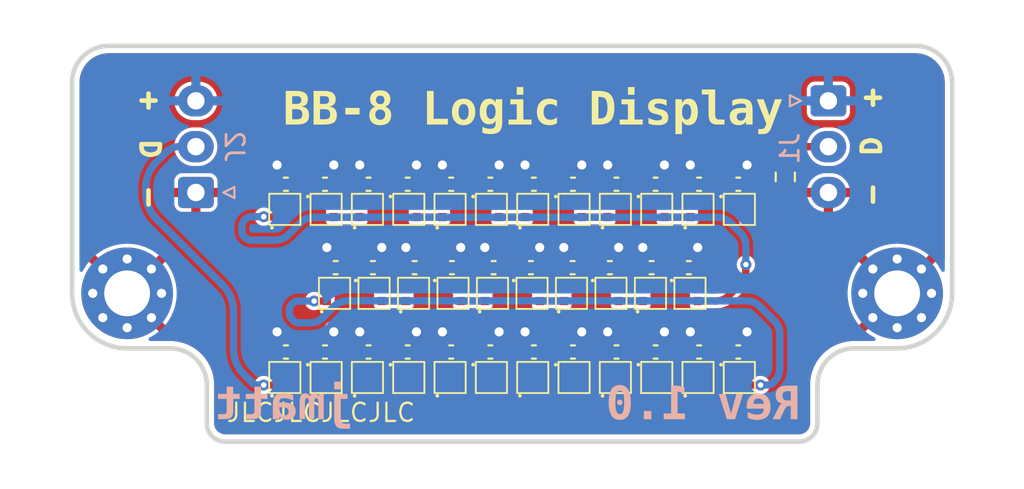
<source format=kicad_pcb>
(kicad_pcb (version 20240108) (generator "pcbnew") (generator_version "8.0")
  (layers (0 "F.Cu" signal) (31 "B.Cu" signal) (34 "B.Paste" user) (35 "F.Paste" user) (36 "B.SilkS" user "B.Silkscreen") (37 "F.SilkS" user "F.Silkscreen") (38 "B.Mask" user) (39 "F.Mask" user) (44 "Edge.Cuts" user))
  (net 0 "")
  (net 1 "+5V")
  (net 2 "GND")
  (net 3 "/DATA_IN")
  (net 4 "/DATA_OUT")
  (net 5 "Net-(LED1-DIN)")
  (net 6 "Net-(LED1-DOUT)")
  (net 7 "Net-(LED2-DOUT)")
  (net 8 "Net-(LED2-DIN)")
  (net 9 "Net-(LED3-DOUT)")
  (net 10 "Net-(LED3-DIN)")
  (net 11 "Net-(LED4-DOUT)")
  (net 12 "Net-(LED35-DOUT)")
  (net 13 "Net-(LED36-DOUT)")
  (net 14 "Net-(LED10-DIN)")
  (net 15 "Net-(LED11-DIN)")
  (net 16 "Net-(LED12-DIN)")
  (net 17 "Net-(LED13-DIN)")
  (net 18 "Net-(LED14-DIN)")
  (net 19 "Net-(LED11-DOUT)")
  (net 20 "Net-(LED12-DOUT)")
  (net 21 "Net-(LED13-DOUT)")
  (net 22 "Net-(LED14-DOUT)")
  (net 23 "Net-(LED16-DOUT)")
  (net 24 "Net-(LED17-DOUT)")
  (net 25 "Net-(LED18-DOUT)")
  (net 26 "Net-(LED19-DOUT)")
  (net 27 "Net-(LED21-DOUT)")
  (net 28 "Net-(LED22-DOUT)")
  (net 29 "Net-(LED23-DOUT)")
  (net 30 "Net-(LED24-DOUT)")
  (net 31 "Net-(LED25-DOUT)")
  (net 32 "Net-(LED26-DOUT)")
  (net 33 "Net-(LED27-DOUT)")
  (net 34 "Net-(LED28-DOUT)")
  (net 35 "Net-(LED29-DOUT)")
  (net 36 "Net-(LED30-DOUT)")
  (net 37 "Net-(LED31-DOUT)")
  (net 38 "Net-(LED32-DOUT)")
  (footprint "LCSC:LED-SMD_4P-L1.0-W1.0-TL_XL-1010RGBC-WS2812B" (layer "F.Cu") (at 83.358 101.59 90)
    (property "Reference" "LED36" (hide yes))
    (property "Value" "WS2812B-1010")
  )
  (footprint "Capacitor_SMD:C_0402_1005Metric" (layer "F.Cu") (at 81.044 91.05 180)
    (property "Reference" "C11" (hide yes))
    (property "Value" "100nF")
  )
  (footprint "LCSC:LED-SMD_4P-L1.0-W1.0-TL_XL-1010RGBC-WS2812B" (layer "F.Cu") (at 100.95 97)
    (property "Reference" "LED22" (hide yes))
    (property "Value" "WS2812B-1010")
  )
  (footprint "Capacitor_SMD:C_0402_1005Metric" (layer "F.Cu") (at 99.076 100.2 180)
    (property "Reference" "C25" (hide yes))
    (property "Value" "100nF")
  )
  (footprint "LCSC:LED-SMD_4P-L1.0-W1.0-TL_XL-1010RGBC-WS2812B" (layer "F.Cu") (at 85.612 101.59)
    (property "Reference" "LED32" (hide yes))
    (property "Value" "WS2812B-1010")
  )
  (footprint "LCSC:LED-SMD_4P-L1.0-W1.0-TL_XL-1010RGBC-WS2812B" (layer "F.Cu") (at 92.334 97)
    (property "Reference" "LED3" (hide yes))
    (property "Value" "WS2812B-1010")
  )
  (footprint "LCSC:LED-SMD_4P-L1.0-W1.0-TL_XL-1010RGBC-WS2812B" (layer "F.Cu") (at 94.628 92.42)
    (property "Reference" "LED21" (hide yes))
    (property "Value" "WS2812B-1010")
  )
  (footprint "LCSC:LED-SMD_4P-L1.0-W1.0-TL_XL-1010RGBC-WS2812B" (layer "F.Cu") (at 90.18 97 90)
    (property "Reference" "LED8" (hide yes))
    (property "Value" "WS2812B-1010")
  )
  (footprint "LCSC:LED-SMD_4P-L1.0-W1.0-TL_XL-1010RGBC-WS2812B" (layer "F.Cu") (at 83.718 97)
    (property "Reference" "LED23" (hide yes))
    (property "Value" "WS2812B-1010")
  )
  (footprint "LCSC:LED-SMD_4P-L1.0-W1.0-TL_XL-1010RGBC-WS2812B" (layer "F.Cu") (at 103.644 92.42)
    (property "Reference" "LED1" (hide yes))
    (property "Value" "WS2812B-1010")
  )
  (footprint "LCSC:LED-SMD_4P-L1.0-W1.0-TL_XL-1010RGBC-WS2812B" (layer "F.Cu") (at 96.882 101.59 90)
    (property "Reference" "LED9" (hide yes))
    (property "Value" "WS2812B-1010")
  )
  (footprint "Capacitor_SMD:C_0402_1005Metric" (layer "F.Cu") (at 78.91 100.2)
    (property "Reference" "C34" (hide yes))
    (property "Value" "100nF")
  )
  (footprint "LCSC:LED-SMD_4P-L1.0-W1.0-TL_XL-1010RGBC-WS2812B" (layer "F.Cu") (at 83.358 92.42 90)
    (property "Reference" "LED7" (hide yes))
    (property "Value" "WS2812B-1010")
  )
  (footprint "LCSC:LED-SMD_4P-L1.0-W1.0-TL_XL-1010RGBC-WS2812B" (layer "F.Cu") (at 94.488 97 90)
    (property "Reference" "LED34" (hide yes))
    (property "Value" "WS2812B-1010")
  )
  (footprint "Resistor_SMD:R_0603_1608Metric" (layer "F.Cu") (at 106.15 90.65 -90)
    (property "Reference" "R1" (hide yes))
    (property "Value" "470R")
  )
  (footprint "Capacitor_SMD:C_0402_1005Metric" (layer "F.Cu") (at 85.932 95.6)
    (property "Reference" "C20" (hide yes))
    (property "Value" "100nF")
  )
  (footprint "Capacitor_SMD:C_0402_1005Metric" (layer "F.Cu") (at 81.624 95.6)
    (property "Reference" "C22" (hide yes))
    (property "Value" "100nF")
  )
  (footprint "LCSC:LED-SMD_4P-L1.0-W1.0-TL_XL-1010RGBC-WS2812B" (layer "F.Cu") (at 85.612 92.42)
    (property "Reference" "LED2" (hide yes))
    (property "Value" "WS2812B-1010")
  )
  (footprint "LCSC:LED-SMD_4P-L1.0-W1.0-TL_XL-1010RGBC-WS2812B" (layer "F.Cu") (at 90.12 101.59)
    (property "Reference" "LED24" (hide yes))
    (property "Value" "WS2812B-1010")
  )
  (footprint "Capacitor_SMD:C_0402_1005Metric" (layer "F.Cu") (at 99.076 91.05 180)
    (property "Reference" "C3" (hide yes))
    (property "Value" "100nF")
  )
  (footprint "LCSC:LED-SMD_4P-L1.0-W1.0-TL_XL-1010RGBC-WS2812B" (layer "F.Cu") (at 78.85 92.42 90)
    (property "Reference" "LED17" (hide yes))
    (property "Value" "WS2812B-1010")
  )
  (footprint "Capacitor_SMD:C_0402_1005Metric" (layer "F.Cu") (at 96.582 95.6 180)
    (property "Reference" "C15" (hide yes))
    (property "Value" "100nF")
  )
  (footprint "Capacitor_SMD:C_0402_1005Metric" (layer "F.Cu") (at 96.942 91.05)
    (property "Reference" "C4" (hide yes))
    (property "Value" "100nF")
  )
  (footprint "LCSC:LED-SMD_4P-L1.0-W1.0-TL_XL-1010RGBC-WS2812B" (layer "F.Cu") (at 96.882 92.42 90)
    (property "Reference" "LED16" (hide yes))
    (property "Value" "WS2812B-1010")
  )
  (footprint "LCSC:LED-SMD_4P-L1.0-W1.0-TL_XL-1010RGBC-WS2812B" (layer "F.Cu") (at 98.796 97 90)
    (property "Reference" "LED26" (hide yes))
    (property "Value" "WS2812B-1010")
  )
  (footprint "Capacitor_SMD:C_0402_1005Metric" (layer "F.Cu") (at 92.434 100.2)
    (property "Reference" "C28" (hide yes))
    (property "Value" "100nF")
  )
  (footprint "LCSC:LED-SMD_4P-L1.0-W1.0-TL_XL-1010RGBC-WS2812B" (layer "F.Cu") (at 88.026 97)
    (property "Reference" "LED13" (hide yes))
    (property "Value" "WS2812B-1010")
  )
  (footprint "Capacitor_SMD:C_0402_1005Metric" (layer "F.Cu") (at 83.418 100.2)
    (property "Reference" "C32" (hide yes))
    (property "Value" "100nF")
  )
  (footprint "Capacitor_SMD:C_0402_1005Metric" (layer "F.Cu") (at 94.568 100.2 180)
    (property "Reference" "C27" (hide yes))
    (property "Value" "100nF")
  )
  (footprint "Capacitor_SMD:C_0402_1005Metric" (layer "F.Cu") (at 81.044 100.2 180)
    (property "Reference" "C33" (hide yes))
    (property "Value" "100nF")
  )
  (footprint "LCSC:LED-SMD_4P-L1.0-W1.0-TL_XL-1010RGBC-WS2812B" (layer "F.Cu") (at 85.872 97 90)
    (property "Reference" "LED18" (hide yes))
    (property "Value" "WS2812B-1010")
  )
  (footprint "LCSC:LED-SMD_4P-L1.0-W1.0-TL_XL-1010RGBC-WS2812B" (layer "F.Cu") (at 96.642 97)
    (property "Reference" "LED30" (hide yes))
    (property "Value" "WS2812B-1010")
  )
  (footprint "LCSC:LED-SMD_4P-L1.0-W1.0-TL_XL-1010RGBC-WS2812B" (layer "F.Cu") (at 92.374 101.59 90)
    (property "Reference" "LED19" (hide yes))
    (property "Value" "WS2812B-1010")
  )
  (footprint "Capacitor_SMD:C_0402_1005Metric" (layer "F.Cu") (at 85.552 91.05 180)
    (property "Reference" "C9" (hide yes))
    (property "Value" "100nF")
  )
  (footprint "Capacitor_SMD:C_0402_1005Metric" (layer "F.Cu") (at 96.942 100.2)
    (property "Reference" "C26" (hide yes))
    (property "Value" "100nF")
  )
  (footprint "Capacitor_SMD:C_0402_1005Metric" (layer "F.Cu") (at 103.584 91.05 180)
    (property "Reference" "C1" (hide yes))
    (property "Value" "100nF")
  )
  (footprint "Capacitor_SMD:C_0402_1005Metric" (layer "F.Cu") (at 94.548 95.6)
    (property "Reference" "C16" (hide yes))
    (property "Value" "100nF")
  )
  (footprint "Capacitor_SMD:C_0402_1005Metric" (layer "F.Cu") (at 87.966 95.6 180)
    (property "Reference" "C19" (hide yes))
    (property "Value" "100nF")
  )
  (footprint "LCSC:LED-SMD_4P-L1.0-W1.0-TL_XL-1010RGBC-WS2812B" (layer "F.Cu") (at 87.866 101.59 90)
    (property "Reference" "LED28" (hide yes))
    (property "Value" "WS2812B-1010")
  )
  (footprint "LCSC:LED-SMD_4P-L1.0-W1.0-TL_XL-1010RGBC-WS2812B" (layer "F.Cu") (at 92.374 92.42 90)
    (property "Reference" "LED25" (hide yes))
    (property "Value" "WS2812B-1010")
  )
  (footprint "LCSC:LED-SMD_4P-L1.0-W1.0-TL_XL-1010RGBC-WS2812B" (layer "F.Cu") (at 101.39 101.59 90)
    (property "Reference" "LED35" (hide yes))
    (property "Value" "WS2812B-1010")
  )
  (footprint "LCSC:LED-SMD_4P-L1.0-W1.0-TL_XL-1010RGBC-WS2812B" (layer "F.Cu") (at 78.85 101.59 90)
    (property "Reference" "LED10" (hide yes))
    (property "Value" "WS2812B-1010")
  )
  (footprint "LCSC:LED-SMD_4P-L1.0-W1.0-TL_XL-1010RGBC-WS2812B" (layer "F.Cu") (at 81.104 101.59)
    (property "Reference" "LED5" (hide yes))
    (property "Value" "WS2812B-1010")
  )
  (footprint "Capacitor_SMD:C_0402_1005Metric" (layer "F.Cu") (at 78.91 91.05)
    (property "Reference" "C12" (hide yes))
    (property "Value" "100nF")
  )
  (footprint "MountingHole:MountingHole_2.5mm_Pad_Via" (layer "F.Cu") (at 70.25 97)
    (property "Reference" "H1" (hide yes))
    (property "Value" "MountingHole_Pad")
  )
  (footprint "Capacitor_SMD:C_0402_1005Metric" (layer "F.Cu") (at 94.568 91.05 180)
    (property "Reference" "C5" (hide yes))
    (property "Value" "100nF")
  )
  (footprint "Capacitor_SMD:C_0402_1005Metric" (layer "F.Cu") (at 90.06 91.05 180)
    (property "Reference" "C7" (hide yes))
    (property "Value" "100nF")
  )
  (footprint "Capacitor_SMD:C_0402_1005Metric" (layer "F.Cu") (at 87.926 91.05)
    (property "Reference" "C8" (hide yes))
    (property "Value" "100nF")
  )
  (footprint "Capacitor_SMD:C_0402_1005Metric" (layer "F.Cu") (at 83.658 95.6 180)
    (property "Reference" "C21" (hide yes))
    (property "Value" "100nF")
  )
  (footprint "Capacitor_SMD:C_0402_1005Metric" (layer "F.Cu") (at 100.89 95.6 180)
    (property "Reference" "C13" (hide yes))
    (property "Value" "100nF")
  )
  (footprint "Capacitor_SMD:C_0402_1005Metric" (layer "F.Cu") (at 90.24 95.6)
    (property "Reference" "C18" (hide yes))
    (property "Value" "100nF")
  )
  (footprint "LCSC:LED-SMD_4P-L1.0-W1.0-TL_XL-1010RGBC-WS2812B" (layer "F.Cu") (at 81.564 97 90)
    (property "Reference" "LED27" (hide yes))
    (property "Value" "WS2812B-1010")
  )
  (footprint "LCSC:LED-SMD_4P-L1.0-W1.0-TL_XL-1010RGBC-WS2812B" (layer "F.Cu") (at 103.644 101.59)
    (property "Reference" "LED31" (hide yes))
    (property "Value" "WS2812B-1010")
  )
  (footprint "Capacitor_SMD:C_0402_1005Metric" (layer "F.Cu") (at 98.856 95.6)
    (property "Reference" "C14" (hide yes))
    (property "Value" "100nF")
  )
  (footprint "MountingHole:MountingHole_2.5mm_Pad_Via" (layer "F.Cu") (at 112.25 97)
    (property "Reference" "H2" (hide yes))
    (property "Value" "MountingHole_Pad")
  )
  (footprint "LCSC:LED-SMD_4P-L1.0-W1.0-TL_XL-1010RGBC-WS2812B" (layer "F.Cu") (at 81.104 92.42)
    (property "Reference" "LED12" (hide yes))
    (property "Value" "WS2812B-1010")
  )
  (footprint "Capacitor_SMD:C_0402_1005Metric" (layer "F.Cu") (at 90.06 100.2 180)
    (property "Reference" "C29" (hide yes))
    (property "Value" "100nF")
  )
  (footprint "LCSC:LED-SMD_4P-L1.0-W1.0-TL_XL-1010RGBC-WS2812B" (layer "F.Cu") (at 87.866 92.42 90)
    (property "Reference" "LED33" (hide yes))
    (property "Value" "WS2812B-1010")
  )
  (footprint "LCSC:LED-SMD_4P-L1.0-W1.0-TL_XL-1010RGBC-WS2812B" (layer "F.Cu") (at 99.136 101.59)
    (property "Reference" "LED4" (hide yes))
    (property "Value" "WS2812B-1010")
  )
  (footprint "Capacitor_SMD:C_0402_1005Metric" (layer "F.Cu") (at 101.45 91.05)
    (property "Reference" "C2" (hide yes))
    (property "Value" "100nF")
  )
  (footprint "Capacitor_SMD:C_0402_1005Metric" (layer "F.Cu") (at 103.584 100.2 180)
    (property "Reference" "C23" (hide yes))
    (property "Value" "100nF")
  )
  (footprint "LCSC:LED-SMD_4P-L1.0-W1.0-TL_XL-1010RGBC-WS2812B" (layer "F.Cu") (at 90.12 92.42)
    (property "Reference" "LED29" (hide yes))
    (property "Value" "WS2812B-1010")
  )
  (footprint "Capacitor_SMD:C_0402_1005Metric" (layer "F.Cu") (at 85.552 100.2 180)
    (property "Reference" "C31" (hide yes))
    (property "Value" "100nF")
  )
  (footprint "Capacitor_SMD:C_0402_1005Metric" (layer "F.Cu") (at 83.418 91.05)
    (property "Reference" "C10" (hide yes))
    (property "Value" "100nF")
  )
  (footprint "Capacitor_SMD:C_0402_1005Metric" (layer "F.Cu") (at 92.274 95.6 180)
    (property "Reference" "C17" (hide yes))
    (property "Value" "100nF")
  )
  (footprint "Capacitor_SMD:C_0402_1005Metric" (layer "F.Cu") (at 92.434 91.05)
    (property "Reference" "C6" (hide yes))
    (property "Value" "100nF")
  )
  (footprint "LCSC:LED-SMD_4P-L1.0-W1.0-TL_XL-1010RGBC-WS2812B" (layer "F.Cu") (at 101.39 92.42 90)
    (property "Reference" "LED6" (hide yes))
    (property "Value" "WS2812B-1010")
  )
  (footprint "Capacitor_SMD:C_0402_1005Metric" (layer "F.Cu") (at 87.926 100.2)
    (property "Reference" "C30" (hide yes))
    (property "Value" "100nF")
  )
  (footprint "LCSC:LED-SMD_4P-L1.0-W1.0-TL_XL-1010RGBC-WS2812B" (layer "F.Cu") (at 99.136 92.42)
    (property "Reference" "LED11" (hide yes))
    (property "Value" "WS2812B-1010")
  )
  (footprint "LCSC:LED-SMD_4P-L1.0-W1.0-TL_XL-1010RGBC-WS2812B" (layer "F.Cu") (at 94.628 101.59)
    (property "Reference" "LED14" (hide yes))
    (property "Value" "WS2812B-1010")
  )
  (footprint "Capacitor_SMD:C_0402_1005Metric" (layer "F.Cu") (at 101.45 100.2)
    (property "Reference" "C24" (hide yes))
    (property "Value" "100nF")
  )
  (footprint "Connector_JST:JST_XH_S3B-XH-A-1_1x03_P2.50mm_Horizontal" (layer "B.Cu") (at 74 91.5 90)
    (property "Reference" "J2")
    (property "Value" "Conn_01x03_Socket" (hide yes))
  )
  (footprint "Connector_JST:JST_XH_S3B-XH-A-1_1x03_P2.50mm_Horizontal" (layer "B.Cu") (at 108.5 86.5 -90)
    (property "Reference" "J1")
    (property "Value" "Conn_01x03_Socket" (hide yes))
  )
  (gr_line (start 112.25 100.000001) (end 109.90425 100.000001) (stroke (width 0.25)) (layer "Edge.Cuts"))
  (gr_arc (start 107.904253 102.000001) (mid 108.490039 100.58579) (end 109.90425 100.000001) (stroke (width 0.25)) (layer "Edge.Cuts"))
  (gr_line (start 67.25 85.5) (end 67.25 97) (stroke (width 0.25)) (layer "Edge.Cuts"))
  (gr_line (start 115.25 97.000001) (end 115.25 85.500001) (stroke (width 0.25)) (layer "Edge.Cuts"))
  (gr_arc (start 113.25 83.500001) (mid 114.664214 84.085787) (end 115.25 85.500001) (stroke (width 0.25)) (layer "Edge.Cuts"))
  (gr_arc (start 72.595748 100.000001) (mid 74.009961 100.585787) (end 74.595747 102) (stroke (width 0.25)) (layer "Edge.Cuts"))
  (gr_line (start 106.90422 105.090001) (end 75.595746 105.090001) (stroke (width 0.25)) (layer "Edge.Cuts"))
  (gr_arc (start 115.25 97.000001) (mid 114.37132 99.121321) (end 112.25 100.000001) (stroke (width 0.25)) (layer "Edge.Cuts"))
  (gr_line (start 113.25 83.500001) (end 69.249998 83.500001) (stroke (width 0.25)) (layer "Edge.Cuts"))
  (gr_line (start 107.904253 102.000001) (end 107.904253 104.089971) (stroke (width 0.25)) (layer "Edge.Cuts"))
  (gr_line (start 74.595747 104.090003) (end 74.595747 102) (stroke (width 0.25)) (layer "Edge.Cuts"))
  (gr_arc (start 67.25 85.5) (mid 67.835786 84.085787) (end 69.249998 83.500001) (stroke (width 0.25)) (layer "Edge.Cuts"))
  (gr_arc (start 107.904253 104.089971) (mid 107.61135 104.797101) (end 106.90422 105.090001) (stroke (width 0.25)) (layer "Edge.Cuts"))
  (gr_arc (start 75.595746 105.090001) (mid 74.88864 104.797108) (end 74.595747 104.090003) (stroke (width 0.25)) (layer "Edge.Cuts"))
  (gr_arc (start 70.250001 100.000001) (mid 68.12868 99.121321) (end 67.25 97) (stroke (width 0.25)) (layer "Edge.Cuts"))
  (gr_line (start 72.595748 100.000001) (end 70.250001 100.000001) (stroke (width 0.25)) (layer "Edge.Cuts"))
  (gr_text "Rev 1.0\n" (at 106.975 104.175 0) (layer "B.SilkS") (effects (font (size 1.8 1.8) (thickness 0.4) (bold yes)) (justify left bottom mirror)))
  (gr_text "jmatt" (at 82.59 104.17 0) (layer "B.SilkS") (effects (font (size 1.8 1.8) (thickness 0.4) (bold yes)) (justify left bottom mirror)))
  (gr_text "BB-8 Logic Display" (at 78.75 88.1 0) (layer "F.SilkS") (effects (font (size 1.8 1.8) (thickness 0.36) (bold yes)) (justify left bottom)))
  (gr_text "JLCJLCJLCJLC" (at 75.5957 104.09 0) (layer "F.SilkS") (effects (font (size 1 1) (thickness 0.125)) (justify left bottom)))
  (gr_text "-  D  +" (at 111.45 92.4 90) (layer "F.SilkS") (effects (font (size 1 1) (thickness 0.25) (bold yes)) (justify left bottom)))
  (gr_text "+  D  -" (at 70.9 85.7 270) (layer "F.SilkS") (effects (font (size 1 1) (thickness 0.25) (bold yes)) (justify left bottom)))
  (segment (start 92.754 95.5) (end 92.754 96.58) (width 0.8) (layer "F.Cu") (net 1))
  (segment (start 95.048 92) (end 95.048 90.9) (width 0.8) (layer "F.Cu") (net 1))
  (segment (start 81.144 95.5) (end 81.144 94.5) (width 0.8) (layer "F.Cu") (net 1))
  (segment (start 78.43 101.17) (end 78.43 99.1) (width 0.8) (layer "F.Cu") (net 1))
  (segment (start 96.462 90.9) (end 96.462 90) (width 0.8) (layer "F.Cu") (net 1))
  (segment (start 96.462 101.17) (end 96.462 99.1) (width 0.8) (layer "F.Cu") (net 1))
  (segment (start 82.938 101.17) (end 82.938 99.1) (width 0.8) (layer "F.Cu") (net 1))
  (segment (start 86.032 90.9) (end 86.032 92) (width 0.8) (layer "F.Cu") (net 1))
  (segment (start 86.032 90.9) (end 86.032 90) (width 0.8) (layer "F.Cu") (net 1))
  (segment (start 87.446 90.9) (end 87.446 90) (width 0.8) (layer "F.Cu") (net 1))
  (segment (start 91.954 101.17) (end 91.954 99.1) (width 0.8) (layer "F.Cu") (net 1))
  (segment (start 90.54 90.9) (end 90.54 92) (width 0.8) (layer "F.Cu") (net 1))
  (segment (start 81.524 101.17) (end 81.524 99.1) (width 0.8) (layer "F.Cu") (net 1))
  (segment (start 98.376 95.5) (end 98.376 94.5) (width 0.8) (layer "F.Cu") (net 1))
  (segment (start 81.144 96.58) (end 81.144 95.5) (width 0.8) (layer "F.Cu") (net 1))
  (segment (start 82.938 90.9) (end 82.938 92) (width 0.8) (layer "F.Cu") (net 1))
  (segment (start 85.452 95.5) (end 85.452 94.5) (width 0.8) (layer "F.Cu") (net 1))
  (segment (start 88.446 95.5) (end 88.446 94.5) (width 0.8) (layer "F.Cu") (net 1))
  (segment (start 95.048 101.17) (end 95.048 99.1) (width 0.8) (layer "F.Cu") (net 1))
  (segment (start 100.97 101.17) (end 100.97 99.1) (width 0.8) (layer "F.Cu") (net 1))
  (segment (start 91.954 90.9) (end 91.954 90) (width 0.8) (layer "F.Cu") (net 1))
  (segment (start 96.462 90.9) (end 96.462 92) (width 0.8) (layer "F.Cu") (net 1))
  (segment (start 104.064 90.9) (end 104.064 90) (width 0.8) (layer "F.Cu") (net 1))
  (segment (start 97.062 95.5) (end 97.062 96.58) (width 0.8) (layer "F.Cu") (net 1))
  (segment (start 104.064 90.9) (end 104.064 92) (width 0.8) (layer "F.Cu") (net 1))
  (segment (start 101.37 95.5) (end 101.37 96.58) (width 0.8) (layer "F.Cu") (net 1))
  (segment (start 98.376 96.58) (end 98.376 95.5) (width 0.8) (layer "F.Cu") (net 1))
  (segment (start 101.37 95.5) (end 101.37 94.5) (width 0.8) (layer "F.Cu") (net 1))
  (segment (start 97.062 95.5) (end 97.062 94.5) (width 0.8) (layer "F.Cu") (net 1))
  (segment (start 99.556 90.9) (end 99.556 92) (width 0.8) (layer "F.Cu") (net 1))
  (segment (start 95.048 90.9) (end 95.048 90) (width 0.8) (layer "F.Cu") (net 1))
  (segment (start 90.54 90.9) (end 90.54 90) (width 0.8) (layer "F.Cu") (net 1))
  (segment (start 78.43 90) (end 78.43 92) (width 0.8) (layer "F.Cu") (net 1))
  (segment (start 81.524 90.9) (end 81.524 92) (width 0.8) (layer "F.Cu") (net 1))
  (segment (start 92.754 95.5) (end 92.754 94.5) (width 0.8) (layer "F.Cu") (net 1))
  (segment (start 104.064 101.17) (end 104.064 99.1) (width 0.8) (layer "F.Cu") (net 1))
  (segment (start 86.032 101.17) (end 86.032 99.1) (width 0.8) (layer "F.Cu") (net 1))
  (segment (start 82.938 90.9) (end 82.938 90) (width 0.8) (layer "F.Cu") (net 1))
  (segment (start 84.138 95.5) (end 84.138 96.58) (width 0.8) (layer "F.Cu") (net 1))
  (segment (start 85.452 95.5) (end 85.452 96.58) (width 0.8) (layer "F.Cu") (net 1))
  (segment (start 99.556 101.17) (end 99.556 99.1) (width 0.8) (layer "F.Cu") (net 1))
  (segment (start 94.068 95.5) (end 94.068 96.58) (width 0.8) (layer "F.Cu") (net 1))
  (segment (start 100.97 90.9) (end 100.97 92) (width 0.8) (layer "F.Cu") (net 1))
  (segment (start 89.76 95.5) (end 89.76 94.5) (width 0.8) (layer "F.Cu") (net 1))
  (segment (start 89.76 96.58) (end 89.76 95.5) (width 0.8) (layer "F.Cu") (net 1))
  (segment (start 100.97 90.9) (end 100.97 90) (width 0.8) (layer "F.Cu") (net 1))
  (segment (start 90.54 101.17) (end 90.54 99.1) (width 0.8) (layer "F.Cu") (net 1))
  (segment (start 87.446 90.9) (end 87.446 92) (width 0.8) (layer "F.Cu") (net 1))
  (segment (start 99.556 90.9) (end 99.556 90) (width 0.8) (layer "F.Cu") (net 1))
  (segment (start 84.138 95.5) (end 84.138 94.5) (width 0.8) (layer "F.Cu") (net 1))
  (segment (start 94.068 95.5) (end 94.068 94.5) (width 0.8) (layer "F.Cu") (net 1))
  (segment (start 88.446 95.5) (end 88.446 96.58) (width 0.8) (layer "F.Cu") (net 1))
  (segment (start 81.524 90.9) (end 81.524 90) (width 0.8) (layer "F.Cu") (net 1))
  (segment (start 91.954 90.9) (end 91.954 92) (width 0.8) (layer "F.Cu") (net 1))
  (segment (start 87.446 101.17) (end 87.446 99.1) (width 0.8) (layer "F.Cu") (net 1))
  (via (at 89.76 94.5) (size 0.8) (drill 0.5) (layers "F.Cu" "B.Cu") (net 1))
  (via (at 99.556 99.1) (size 0.8) (drill 0.5) (layers "F.Cu" "B.Cu") (net 1))
  (via (at 87.446 99.1) (size 0.8) (drill 0.5) (layers "F.Cu" "B.Cu") (net 1))
  (via (at 100.97 99.1) (size 0.8) (drill 0.5) (layers "F.Cu" "B.Cu") (net 1))
  (via (at 82.938 90) (size 0.8) (drill 0.5) (layers "F.Cu" "B.Cu") (net 1))
  (via (at 99.556 90) (size 0.8) (drill 0.5) (layers "F.Cu" "B.Cu") (net 1))
  (via (at 81.524 99.1) (size 0.8) (drill 0.5) (layers "F.Cu" "B.Cu") (net 1))
  (via (at 96.462 99.1) (size 0.8) (drill 0.5) (layers "F.Cu" "B.Cu") (net 1))
  (via (at 88.446 94.5) (size 0.8) (drill 0.5) (layers "F.Cu" "B.Cu") (net 1))
  (via (at 86.032 90) (size 0.8) (drill 0.5) (layers "F.Cu" "B.Cu") (net 1))
  (via (at 97.062 94.5) (size 0.8) (drill 0.5) (layers "F.Cu" "B.Cu") (net 1))
  (via (at 91.954 90) (size 0.8) (drill 0.5) (layers "F.Cu" "B.Cu") (net 1))
  (via (at 82.938 99.1) (size 0.8) (drill 0.5) (layers "F.Cu" "B.Cu") (net 1))
  (via (at 90.54 90) (size 0.8) (drill 0.5) (layers "F.Cu" "B.Cu") (net 1))
  (via (at 86.032 99.1) (size 0.8) (drill 0.5) (layers "F.Cu" "B.Cu") (net 1))
  (via (at 98.376 94.5) (size 0.8) (drill 0.5) (layers "F.Cu" "B.Cu") (net 1))
  (via (at 104.064 90) (size 0.8) (drill 0.5) (layers "F.Cu" "B.Cu") (net 1))
  (via (at 78.43 90) (size 0.8) (drill 0.5) (layers "F.Cu" "B.Cu") (net 1))
  (via (at 95.048 99.1) (size 0.8) (drill 0.5) (layers "F.Cu" "B.Cu") (net 1))
  (via (at 81.144 94.5) (size 0.8) (drill 0.5) (layers "F.Cu" "B.Cu") (net 1))
  (via (at 81.524 90) (size 0.8) (drill 0.5) (layers "F.Cu" "B.Cu") (net 1))
  (via (at 90.54 99.1) (size 0.8) (drill 0.5) (layers "F.Cu" "B.Cu") (net 1))
  (via (at 94.068 94.5) (size 0.8) (drill 0.5) (layers "F.Cu" "B.Cu") (net 1))
  (via (at 100.97 90) (size 0.8) (drill 0.5) (layers "F.Cu" "B.Cu") (net 1))
  (via (at 78.43 99.1) (size 0.8) (drill 0.5) (layers "F.Cu" "B.Cu") (net 1))
  (via (at 87.446 90) (size 0.8) (drill 0.5) (layers "F.Cu" "B.Cu") (net 1))
  (via (at 91.954 99.1) (size 0.8) (drill 0.5) (layers "F.Cu" "B.Cu") (net 1))
  (via (at 96.462 90) (size 0.8) (drill 0.5) (layers "F.Cu" "B.Cu") (net 1))
  (via (at 101.37 94.5) (size 0.8) (drill 0.5) (layers "F.Cu" "B.Cu") (net 1))
  (via (at 104.064 99.1) (size 0.8) (drill 0.5) (layers "F.Cu" "B.Cu") (net 1))
  (via (at 92.754 94.5) (size 0.8) (drill 0.5) (layers "F.Cu" "B.Cu") (net 1))
  (via (at 85.452 94.5) (size 0.8) (drill 0.5) (layers "F.Cu" "B.Cu") (net 1))
  (via (at 95.048 90) (size 0.8) (drill 0.5) (layers "F.Cu" "B.Cu") (net 1))
  (via (at 84.138 94.5) (size 0.8) (drill 0.5) (layers "F.Cu" "B.Cu") (net 1))
  (segment (start 106.3 89.725) (end 106.3 89.55) (width 0.4) (layer "F.Cu") (net 3))
  (segment (start 106.3 89.55) (end 106.557107 89.292893) (width 0.4) (layer "F.Cu") (net 3))
  (segment (start 107.264214 89) (end 108.5 89) (width 0.4) (layer "F.Cu") (net 3))
  (arc (start 106.557107 89.292893) (mid 106.88153 89.07612) (end 107.264214 89) (width 0.4) (layer "F.Cu") (net 3))
  (segment (start 77.71 102.01) (end 77.7 102) (width 0.4) (layer "F.Cu") (net 4))
  (segment (start 78.43 102.01) (end 77.71 102.01) (width 0.4) (layer "F.Cu") (net 4))
  (via (at 77.7 102) (size 0.6) (drill 0.3) (layers "F.Cu" "B.Cu") (net 4))
  (segment (start 71.27 91.531573) (end 71.27 91.238427) (width 0.4) (layer "B.Cu") (net 4))
  (segment (start 75.464213 96.554213) (end 71.855786 92.945786) (width 0.4) (layer "B.Cu") (net 4))
  (segment (start 76.05 100.021573) (end 76.05 97.968427) (width 0.4) (layer "B.Cu") (net 4))
  (segment (start 73.094214 89) (end 74 89) (width 0.4) (layer "B.Cu") (net 4))
  (segment (start 71.855787 89.824213) (end 72.387107 89.292893) (width 0.4) (layer "B.Cu") (net 4))
  (segment (start 77.082842 101.882842) (end 76.635786 101.435786) (width 0.4) (layer "B.Cu") (net 4))
  (segment (start 74.4 89) (end 74 89) (width 0.4) (layer "B.Cu") (net 4))
  (segment (start 77.7 102) (end 77.365685 102) (width 0.4) (layer "B.Cu") (net 4))
  (arc (start 72.387107 89.292893) (mid 72.71153 89.07612) (end 73.094214 89) (width 0.4) (layer "B.Cu") (net 4))
  (arc (start 77.365685 102) (mid 77.212611 101.969552) (end 77.082842 101.882842) (width 0.4) (layer "B.Cu") (net 4))
  (arc (start 71.27 91.238427) (mid 71.422241 90.47306) (end 71.855787 89.824213) (width 0.4) (layer "B.Cu") (net 4))
  (arc (start 71.27 91.531573) (mid 71.422241 92.29694) (end 71.855786 92.945786) (width 0.4) (layer "B.Cu") (net 4))
  (arc (start 76.05 100.021573) (mid 76.202241 100.78694) (end 76.635786 101.435786) (width 0.4) (layer "B.Cu") (net 4))
  (arc (start 76.05 97.968427) (mid 75.897759 97.20306) (end 75.464213 96.554213) (width 0.4) (layer "B.Cu") (net 4))
  (segment (start 105.145786 92.84) (end 104.064 92.84) (width 0.4) (layer "F.Cu") (net 5))
  (segment (start 106.032842 92.367158) (end 105.852893 92.547107) (width 0.4) (layer "F.Cu") (net 5))
  (segment (start 106.15 91.475) (end 106.15 92.084315) (width 0.4) (layer "F.Cu") (net 5))
  (arc (start 105.145786 92.84) (mid 105.528469 92.76388) (end 105.852893 92.547107) (width 0.4) (layer "F.Cu") (net 5))
  (arc (start 106.032842 92.367158) (mid 106.119551 92.237389) (end 106.15 92.084315) (width 0.4) (layer "F.Cu") (net 5))
  (segment (start 103.224 92) (end 101.81 92) (width 0.4) (layer "F.Cu") (net 6))
  (segment (start 85.192 92) (end 83.778 92) (width 0.4) (layer "F.Cu") (net 7))
  (segment (start 87.446 92.84) (end 86.032 92.84) (width 0.4) (layer "F.Cu") (net 8))
  (segment (start 90.6 96.58) (end 91.914 96.58) (width 0.4) (layer "F.Cu") (net 9))
  (segment (start 92.754 97.42) (end 94.068 97.42) (width 0.4) (layer "F.Cu") (net 10))
  (segment (start 98.716 101.17) (end 97.302 101.17) (width 0.4) (layer "F.Cu") (net 11))
  (segment (start 99.556 102.01) (end 100.97 102.01) (width 0.4) (layer "F.Cu") (net 12))
  (segment (start 81.524 102.01) (end 82.938 102.01) (width 0.4) (layer "F.Cu") (net 13))
  (segment (start 80.684 101.17) (end 79.27 101.17) (width 0.4) (layer "F.Cu") (net 14))
  (segment (start 100.97 92.84) (end 99.556 92.84) (width 0.4) (layer "F.Cu") (net 15))
  (segment (start 82.938 92.84) (end 81.524 92.84) (width 0.4) (layer "F.Cu") (net 16))
  (segment (start 88.446 97.42) (end 89.76 97.42) (width 0.4) (layer "F.Cu") (net 17))
  (segment (start 96.462 102.01) (end 95.048 102.01) (width 0.4) (layer "F.Cu") (net 18))
  (segment (start 98.716 92) (end 97.302 92) (width 0.4) (layer "F.Cu") (net 19))
  (segment (start 80.684 92) (end 79.27 92) (width 0.4) (layer "F.Cu") (net 20))
  (segment (start 86.292 96.58) (end 87.606 96.58) (width 0.4) (layer "F.Cu") (net 21))
  (segment (start 94.208 101.17) (end 92.794 101.17) (width 0.4) (layer "F.Cu") (net 22))
  (segment (start 96.462 92.84) (end 95.048 92.84) (width 0.4) (layer "F.Cu") (net 23))
  (segment (start 104 95.43) (end 104 95.775786) (width 0.4) (layer "F.Cu") (net 24))
  (segment (start 103.707107 96.482893) (end 103.062893 97.127107) (width 0.4) (layer "F.Cu") (net 24))
  (segment (start 77.72 92.84) (end 77.7 92.82) (width 0.4) (layer "F.Cu") (net 24))
  (segment (start 78.43 92.84) (end 77.72 92.84) (width 0.4) (layer "F.Cu") (net 24))
  (segment (start 102.355786 97.42) (end 101.37 97.42) (width 0.4) (layer "F.Cu") (net 24))
  (via (at 104 95.43) (size 0.6) (drill 0.3) (layers "F.Cu" "B.Cu") (net 24))
  (via (at 77.7 92.82) (size 0.6) (drill 0.3) (layers "F.Cu" "B.Cu") (net 24))
  (arc (start 104 95.775786) (mid 103.92388 96.158469) (end 103.707107 96.482893) (width 0.4) (layer "F.Cu") (net 24))
  (arc (start 102.355786 97.42) (mid 102.738469 97.34388) (end 103.062893 97.127107) (width 0.4) (layer "F.Cu") (net 24))
  (segment (start 77.015685 92.82) (end 77.7 92.82) (width 0.4) (layer "B.Cu") (net 24))
  (segment (start 78.335786 94.1) (end 76.995685 94.1) (width 0.4) (layer "B.Cu") (net 24))
  (segment (start 102.435786 92.85) (end 80.414214 92.85) (width 0.4) (layer "B.Cu") (net 24))
  (segment (start 104 95.43) (end 104 94.414214) (width 0.4) (layer "B.Cu") (net 24))
  (segment (start 76.627158 93.042842) (end 76.732843 92.937157) (width 0.4) (layer "B.Cu") (net 24))
  (segment (start 76.51 93.614315) (end 76.51 93.325685) (width 0.4) (layer "B.Cu") (net 24))
  (segment (start 79.707107 93.142893) (end 79.042893 93.807107) (width 0.4) (layer "B.Cu") (net 24))
  (segment (start 76.712842 93.982842) (end 76.627157 93.897157) (width 0.4) (layer "B.Cu") (net 24))
  (segment (start 103.707107 93.707107) (end 103.142893 93.142893) (width 0.4) (layer "B.Cu") (net 24))
  (arc (start 103.142893 93.142893) (mid 102.81847 92.92612) (end 102.435786 92.85) (width 0.4) (layer "B.Cu") (net 24))
  (arc (start 76.627157 93.897157) (mid 76.540448 93.767388) (end 76.51 93.614315) (width 0.4) (layer "B.Cu") (net 24))
  (arc (start 78.335786 94.1) (mid 78.718469 94.02388) (end 79.042893 93.807107) (width 0.4) (layer "B.Cu") (net 24))
  (arc (start 76.712842 93.982842) (mid 76.842611 94.069551) (end 76.995685 94.1) (width 0.4) (layer "B.Cu") (net 24))
  (arc (start 80.414214 92.85) (mid 80.031531 92.92612) (end 79.707107 93.142893) (width 0.4) (layer "B.Cu") (net 24))
  (arc (start 77.015685 92.82) (mid 76.862612 92.850448) (end 76.732843 92.937157) (width 0.4) (layer "B.Cu") (net 24))
  (arc (start 103.707107 93.707107) (mid 103.92388 94.03153) (end 104 94.414214) (width 0.4) (layer "B.Cu") (net 24))
  (arc (start 76.627158 93.042842) (mid 76.540449 93.172611) (end 76.51 93.325685) (width 0.4) (layer "B.Cu") (net 24))
  (segment (start 84.138 97.42) (end 85.452 97.42) (width 0.4) (layer "F.Cu") (net 25))
  (segment (start 91.954 102.01) (end 90.54 102.01) (width 0.4) (layer "F.Cu") (net 26))
  (segment (start 92.794 92) (end 94.208 92) (width 0.4) (layer "F.Cu") (net 27))
  (segment (start 100.53 96.58) (end 99.216 96.58) (width 0.4) (layer "F.Cu") (net 28))
  (segment (start 81.984 96.58) (end 83.298 96.58) (width 0.4) (layer "F.Cu") (net 29))
  (segment (start 89.7 101.17) (end 88.286 101.17) (width 0.4) (layer "F.Cu") (net 30))
  (segment (start 91.954 92.84) (end 90.54 92.84) (width 0.4) (layer "F.Cu") (net 31))
  (segment (start 97.062 97.42) (end 98.376 97.42) (width 0.4) (layer "F.Cu") (net 32))
  (segment (start 80.45 97.42) (end 81.144 97.42) (width 0.4) (layer "F.Cu") (net 33))
  (segment (start 104.8 102) (end 104.79 102.01) (width 0.4) (layer "F.Cu") (net 33))
  (segment (start 104.064 102.01) (end 104.8 102) (width 0.4) (layer "F.Cu") (net 33))
  (via (at 104.8 102) (size 0.6) (drill 0.3) (layers "F.Cu" "B.Cu") (net 33))
  (via (at 80.45 97.42) (size 0.6) (drill 0.3) (layers "F.Cu" "B.Cu") (net 33))
  (segment (start 79.575685 97.42) (end 80.45 97.42) (width 0.4) (layer "B.Cu") (net 33))
  (segment (start 79.217158 97.612842) (end 79.292843 97.537157) (width 0.4) (layer "B.Cu") (net 33))
  (segment (start 104.045786 97.41) (end 82.254214 97.41) (width 0.4) (layer "B.Cu") (net 33))
  (segment (start 80.225786 98.61) (end 79.615685 98.61) (width 0.4) (layer "B.Cu") (net 33))
  (segment (start 105.467158 101.882842) (end 105.557107 101.792893) (width 0.4) (layer "B.Cu") (net 33))
  (segment (start 79.332842 98.492842) (end 79.217157 98.377157) (width 0.4) (layer "B.Cu") (net 33))
  (segment (start 79.1 98.094315) (end 79.1 97.895685) (width 0.4) (layer "B.Cu") (net 33))
  (segment (start 105.557107 98.507107) (end 104.752893 97.702893) (width 0.4) (layer "B.Cu") (net 33))
  (segment (start 104.8 102) (end 105.184315 102) (width 0.4) (layer "B.Cu") (net 33))
  (segment (start 105.85 101.085786) (end 105.85 99.214214) (width 0.4) (layer "B.Cu") (net 33))
  (segment (start 81.547107 97.702893) (end 80.932893 98.317107) (width 0.4) (layer "B.Cu") (net 33))
  (arc (start 80.225786 98.61) (mid 80.608469 98.53388) (end 80.932893 98.317107) (width 0.4) (layer "B.Cu") (net 33))
  (arc (start 105.557107 98.507107) (mid 105.77388 98.83153) (end 105.85 99.214214) (width 0.4) (layer "B.Cu") (net 33))
  (arc (start 105.557107 101.792893) (mid 105.77388 101.46847) (end 105.85 101.085786) (width 0.4) (layer "B.Cu") (net 33))
  (arc (start 79.217157 98.377157) (mid 79.130448 98.247388) (end 79.1 98.094315) (width 0.4) (layer "B.Cu") (net 33))
  (arc (start 104.045786 97.41) (mid 104.428469 97.48612) (end 104.752893 97.702893) (width 0.4) (layer "B.Cu") (net 33))
  (arc (start 79.217158 97.612842) (mid 79.130449 97.742611) (end 79.1 97.895685) (width 0.4) (layer "B.Cu") (net 33))
  (arc (start 79.615685 98.61) (mid 79.462611 98.579552) (end 79.332842 98.492842) (width 0.4) (layer "B.Cu") (net 33))
  (arc (start 82.254214 97.41) (mid 81.871531 97.48612) (end 81.547107 97.702893) (width 0.4) (layer "B.Cu") (net 33))
  (arc (start 79.575685 97.42) (mid 79.422612 97.450448) (end 79.292843 97.537157) (width 0.4) (layer "B.Cu") (net 33))
  (arc (start 105.467158 101.882842) (mid 105.337389 101.969551) (end 105.184315 102) (width 0.4) (layer "B.Cu") (net 33))
  (segment (start 87.446 102.01) (end 86.032 102.01) (width 0.4) (layer "F.Cu") (net 34))
  (segment (start 89.7 92) (end 88.286 92) (width 0.4) (layer "F.Cu") (net 35))
  (segment (start 94.908 96.58) (end 96.222 96.58) (width 0.4) (layer "F.Cu") (net 36))
  (segment (start 101.81 101.17) (end 103.224 101.17) (width 0.4) (layer "F.Cu") (net 37))
  (segment (start 85.192 101.17) (end 83.778 101.17) (width 0.4) (layer "F.Cu") (net 38))
  (zone (net 2) (net_name "GND") (layer "F.Cu") (connect_pads thru_hole_only (clearance 0.2)) (min_thickness 0.2) (fill yes (thermal_gap 0.5) (thermal_bridge_width 0.5))
    (polygon (pts (xy 64 81) (xy 64 106) (xy 119 106) (xy 119 81)))
  )
  (zone (net 1) (net_name "+5V") (layer "B.Cu") (priority 1) (connect_pads (clearance 0.2)) (min_thickness 0.2) (fill yes (thermal_gap 0.5) (thermal_bridge_width 0.5))
    (polygon (pts (xy 119 81) (xy 64 81) (xy 64 106) (xy 119 106)))
  )
)
</source>
